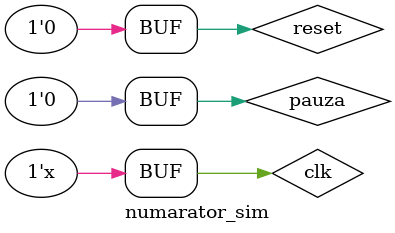
<source format=v>
`timescale 1ns / 1ps


module numarator_sim();
    reg clk, reset, pauza;
    wire [5:0] valoare_bin;
    wire carry_out;
    
    numarator test(clk, reset, pauza, valoare_bin, carry_out);
    
    always 
        #10 clk = !clk;
        
    initial begin
        reset = 1; clk = 0; pauza = 0;
        #40 reset = 0;
        #120 pauza = 1;
        #60 pauza = 0;
    
    end
endmodule

</source>
